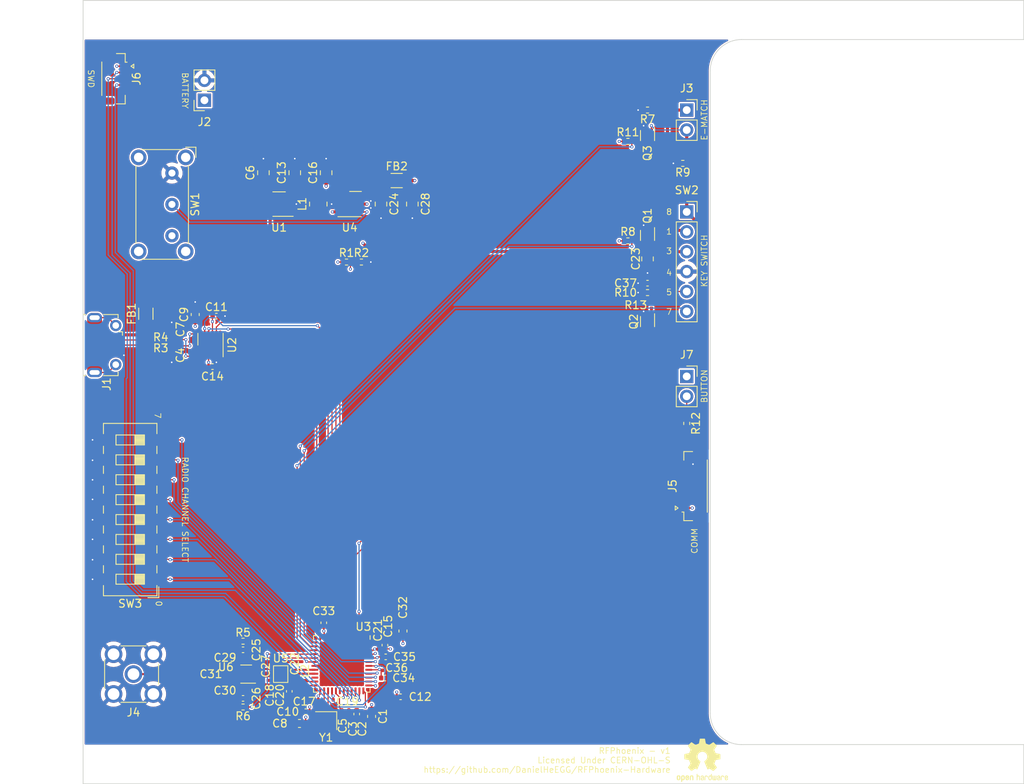
<source format=kicad_pcb>
(kicad_pcb (version 20211014) (generator pcbnew)
  (layers (0 "F.Cu" signal) (1 "In1.Cu" power) (2 "In2.Cu" power) (31 "B.Cu" signal) (34 "B.Paste" user) (35 "F.Paste" user) (36 "B.SilkS" user "B.Silkscreen") (37 "F.SilkS" user "F.Silkscreen") (38 "B.Mask" user) (39 "F.Mask" user) (44 "Edge.Cuts" user))
  (net 0 "")
  (net 1 "Net-(C1-Pad1)")
  (net 2 "GND")
  (net 3 "+3.3V")
  (net 4 "+4V")
  (net 5 "VBUS")
  (net 6 "Net-(C18-Pad1)")
  (net 7 "Net-(C24-Pad1)")
  (net 8 "Net-(C25-Pad1)")
  (net 9 "Net-(C27-Pad1)")
  (net 10 "Net-(C22-Pad1)")
  (net 11 "Net-(C22-Pad2)")
  (net 12 "Net-(C26-Pad1)")
  (net 13 "Net-(C27-Pad2)")
  (net 14 "Net-(C31-Pad1)")
  (net 15 "Net-(C31-Pad2)")
  (net 16 "Net-(FB1-Pad1)")
  (net 18 "Net-(J3-Pad1)")
  (net 19 "Net-(J3-Pad2)")
  (net 20 "COMM_SCK")
  (net 21 "COMM_MOSI")
  (net 22 "COMM_MISO")
  (net 23 "COMM_nCS")
  (net 24 "COMM_RFU1")
  (net 25 "MCU_SWCLK")
  (net 26 "MCU_SWDIO")
  (net 27 "MCU_nRST")
  (net 28 "Net-(L1-Pad1)")
  (net 29 "Net-(L1-Pad2)")
  (net 30 "IGN_ARMED")
  (net 31 "Net-(Q2-Pad1)")
  (net 32 "IGN_CONT")
  (net 33 "RFSW_TX")
  (net 34 "RFSW_RX")
  (net 35 "Net-(SW1-Pad2)")
  (net 36 "IGN_FIRE")
  (net 37 "RFCHN_D0")
  (net 38 "RFCHN_D1")
  (net 39 "RFCHN_D2")
  (net 40 "RFCHN_D3")
  (net 41 "RFCHN_D4")
  (net 42 "RFCHN_D5")
  (net 43 "RFCHN_D6")
  (net 44 "RFCHN_D7")
  (net 45 "unconnected-(J1-Pad6)")
  (net 46 "VBAT_SENSE")
  (net 47 "UART_CBUS0")
  (net 48 "UART_RX")
  (net 49 "UART_CTS")
  (net 50 "UART_TX")
  (net 51 "UART_RTS")
  (net 52 "Net-(U3-Pad20)")
  (net 53 "Net-(U3-Pad21)")
  (net 55 "Net-(U3-Pad26)")
  (net 56 "Net-(U3-Pad27)")
  (net 59 "Net-(U5-PadC3)")
  (net 61 "IGN_BTN")
  (net 62 "Net-(R10-Pad1)")
  (net 63 "Net-(C4-Pad1)")
  (net 64 "Net-(C7-Pad1)")
  (net 65 "Net-(R3-Pad2)")
  (net 66 "Net-(R4-Pad2)")
  (footprint "Resistor_SMD:R_0402_1005Metric" (layer "F.Cu") (at -39.6 40.2 180)
    (fp_text reference "R6")
    (fp_text value "100R")
  )
  (footprint "Package_CSP:LFCSP-WD-10-1EP_3x3mm_P0.5mm_EP1.64x2.38mm" (layer "F.Cu") (at -26 -24)
    (fp_text reference "U4")
    (fp_text value "ADP2504")
  )
  (footprint "Capacitor_SMD:C_0201_0603Metric" (layer "F.Cu") (at -21.8 35.2 90)
    (fp_text reference "C36")
    (fp_text value "1nF")
  )
  (footprint "Resistor_SMD:R_0201_0603Metric" (layer "F.Cu") (at -48.4 -6.7)
    (fp_text reference "R4")
    (fp_text value "27R")
  )
  (footprint "Capacitor_SMD:C_0201_0603Metric" (layer "F.Cu") (at -41.7 36 180)
    (fp_text reference "C31")
    (fp_text value "68pF")
  )
  (footprint "Resistor_SMD:R_0402_1005Metric" (layer "F.Cu") (at 9.5 -19.3)
    (fp_text reference "R8")
    (fp_text value "1K")
  )
  (footprint "Inductor_SMD:L_0402_1005Metric" (layer "F.Cu") (at -31.7 37.4 90)
    (fp_text reference "L2")
    (fp_text value "47nH")
  )
  (footprint "Resistor_SMD:R_0201_0603Metric" (layer "F.Cu") (at -48.4 -5.9)
    (fp_text reference "R3")
    (fp_text value "27R")
  )
  (footprint "Button_Switch_SMD:SW_DIP_SPSTx08_Slide_6.7x21.88mm_W6.73mm_P2.54mm_LowProfile_JPin" (layer "F.Cu") (at -54 15 180)
    (fp_text reference "SW3")
    (fp_text value "CHANNEL SELECT")
  )
  (footprint "Connector_Hirose:Hirose_DF52-8S-0.8H_1x08-1MP_P0.80mm_Horizontal" (layer "F.Cu") (at 18 12 90)
    (fp_text reference "J5")
    (fp_text value "COMM")
  )
  (footprint "Capacitor_SMD:C_0201_0603Metric" (layer "F.Cu") (at -39.8 38.1)
    (fp_text reference "C30")
    (fp_text value "1nF")
  )
  (footprint "Capacitor_SMD:C_0201_0603Metric" (layer "F.Cu") (at -48.7 -8 90)
    (fp_text reference "C7")
    (fp_text value "68pF")
  )
  (footprint "Capacitor_SMD:C_0402_1005Metric" (layer "F.Cu") (at -43 -9.7)
    (fp_text reference "C11")
    (fp_text value "100nF")
  )
  (footprint "Button_Switch_THT:SW_E-Switch_EG1224_SPDT_Angled" (layer "F.Cu") (at -48.6675 -27.9575 -90)
    (fp_text reference "SW1")
    (fp_text value "POWER SWITCH")
  )
  (footprint "Capacitor_SMD:C_0402_1005Metric" (layer "F.Cu") (at -39.6 32.9)
    (fp_text reference "C25")
    (fp_text value "100nF")
  )
  (footprint "Capacitor_SMD:C_0402_1005Metric" (layer "F.Cu") (at -21.5 32.3 90)
    (fp_text reference "C15")
    (fp_text value "100nF")
  )
  (footprint "Capacitor_SMD:C_0201_0603Metric" (layer "F.Cu") (at -30 39.6 -90)
    (fp_text reference "C17")
    (fp_text value "1nF")
  )
  (footprint "Capacitor_SMD:C_0402_1005Metric" (layer "F.Cu") (at 12 -13.9 180)
    (fp_text reference "C37")
    (fp_text value "100nF")
  )
  (footprint "Capacitor_SMD:C_0805_2012Metric" (layer "F.Cu") (at -29 -28 90)
    (fp_text reference "C16")
    (fp_text value "10uF")
  )
  (footprint "Capacitor_SMD:C_0201_0603Metric" (layer "F.Cu") (at -27 40.9 -90)
    (fp_text reference "C5")
    (fp_text value "68pF")
  )
  (footprint "Resistor_SMD:R_0402_1005Metric" (layer "F.Cu") (at -24.5 -16.6)
    (fp_text reference "R2")
    (fp_text value "10K")
  )
  (footprint "Package_DFN_QFN:QFN-48-1EP_7x7mm_P0.5mm_EP5.6x5.6mm" (layer "F.Cu") (at -27 34.7 -90)
    (fp_text reference "U3")
    (fp_text value "STM32WL55CCU6")
  )
  (footprint "Resistor_SMD:R_0402_1005Metric" (layer "F.Cu") (at 9.5 -32)
    (fp_text reference "R11")
    (fp_text value "1K")
  )
  (footprint "Package_TO_SOT_SMD:SOT-523" (layer "F.Cu") (at 12 -32.75 -90)
    (fp_text reference "Q3")
    (fp_text value "~")
  )
  (footprint "Capacitor_SMD:C_0805_2012Metric" (layer "F.Cu") (at 12 -17 -90)
    (fp_text reference "C23")
    (fp_text value "22uF")
  )
  (footprint "Capacitor_SMD:C_0805_2012Metric" (layer "F.Cu") (at -37 -28 90)
    (fp_text reference "C6")
    (fp_text value "10uF")
  )
  (footprint "Connector_PinSocket_2.54mm:PinSocket_1x02_P2.54mm_Vertical" (layer "F.Cu") (at 17 -36)
    (fp_text reference "J3")
    (fp_text value "TERMINALS")
  )
  (footprint "Capacitor_SMD:C_0603_1608Metric" (layer "F.Cu") (at -32.4 42.3 180)
    (fp_text reference "C8")
    (fp_text value "4.7uF")
  )
  (footprint "Connector_PinSocket_2.54mm:PinSocket_1x06_P2.54mm_Vertical" (layer "F.Cu") (at 17 -23)
    (fp_text reference "SW2")
    (fp_text value "KEY")
  )
  (footprint "Capacitor_SMD:C_0402_1005Metric" (layer "F.Cu") (at -19.5 38.9)
    (fp_text reference "C12")
    (fp_text value "100nF")
  )
  (footprint "Resistor_SMD:R_1206_3216Metric" (layer "F.Cu") (at -20 -27)
    (fp_text reference "FB2")
    (fp_text value "600R@100MHz")
  )
  (footprint "Capacitor_SMD:C_0201_0603Metric" (layer "F.Cu") (at -28.1 39.6 -90)
    (fp_text reference "C19")
    (fp_text value "1nF")
  )
  (footprint "Connector_PinSocket_2.54mm:PinSocket_1x02_P2.54mm_Vertical" (layer "F.Cu") (at -44.525 -37.25 180)
    (fp_text reference "J2")
    (fp_text value "BATT")
  )
  (footprint "Connector_Coaxial:SMA_Molex_73251-2200_Horizontal" (layer "F.Cu") (at -53.58 36 90)
    (fp_text reference "J4")
    (fp_text value "SMA")
  )
  (footprint "Resistor_SMD:R_1206_3216Metric" (layer "F.Cu") (at -52 -10 90)
    (fp_text reference "FB1")
    (fp_text value "600R@100MHz")
  )
  (footprint "Capacitor_SMD:C_0201_0603Metric" (layer "F.Cu") (at -26.1 40.9 -90)
    (fp_text reference "C3")
    (fp_text value "1nF")
  )
  (footprint "Capacitor_SMD:C_0201_0603Metric" (layer "F.Cu") (at -22.4 32.5 90)
    (fp_text reference "C21")
    (fp_text value "1nF")
  )
  (footprint "Package_TO_SOT_SMD:SOT-23-5" (layer "F.Cu") (at -35 -24 180)
    (fp_text reference "U1")
    (fp_text value "MCP73811")
  )
  (footprint "Capacitor_SMD:C_0603_1608Metric" (layer "F.Cu") (at -45.7 -9.9 90)
    (fp_text reference "C9")
    (fp_text value "4.7uF")
  )
  (footprint "Resistor_SMD:R_0402_1005Metric" (layer "F.Cu") (at 16.5 -29.2 180)
    (fp_text reference "R9")
    (fp_text value "1K")
  )
  (footprint "Capacitor_SMD:C_0201_0603Metric" (layer "F.Cu") (at -36.7 36.8 180)
    (fp_text reference "C27")
    (fp_text value "68pF")
  )
  (footprint "Resistor_SMD:R_0201_0603Metric" (layer "F.Cu") (at 12.5 -11 -90)
    (fp_text reference "R13")
    (fp_text value "27R")
  )
  (footprint "Resistor_SMD:R_0402_1005Metric" (layer "F.Cu") (at -39.6 31.8 180)
    (fp_text reference "R5")
    (fp_text value "100R")
  )
  (footprint "Capacitor_SMD:C_0805_2012Metric" (layer "F.Cu") (at -33 -28 90)
    (fp_text reference "C13")
    (fp_text value "10uF")
  )
  (footprint "Capacitor_SMD:C_0603_1608Metric" (layer "F.Cu") (at -23.2 41.4 -90)
    (fp_text reference "C1")
    (fp_text value "4.7uF")
  )
  (footprint "Capacitor_SMD:C_0201_0603Metric" (layer "F.Cu") (at -33 36.5 180)
    (fp_text reference "C22")
    (fp_text value "68pF")
  )
  (footprint "Package_TO_SOT_SMD:SOT-523" (layer "F.Cu") (at 12 -9 -90)
    (fp_text reference "Q2")
    (fp_text value "~")
  )
  (footprint "Capacitor_SMD:C_0402_1005Metric" (layer "F.Cu") (at -33.7 38.2 90)
    (fp_text reference "C18")
    (fp_text value "47nF")
  )
  (footprint "Capacitor_SMD:C_0402_1005Metric" (layer "F.Cu") (at -29.3 29.45 90)
    (fp_text reference "C33")
    (fp_text value "100nF")
  )
  (footprint "Package_TO_SOT_SMD:SOT-523" (layer "F.Cu") (at 12 -20 -90)
    (fp_text reference "Q1")
    (fp_text value "~")
  )
  (footprint "Connector_PinSocket_2.54mm:PinSocket_1x02_P2.54mm_Vertical" (layer "F.Cu") (at 17 -2)
    (fp_text reference "J7")
    (fp_text value "BUTTON")
  )
  (footprint "Resistor_SMD:R_0402_1005Metric" (layer "F.Cu") (at -26.4 -16.6)
    (fp_text reference "R1")
    (fp_text value "10K")
  )
  (footprint "Resistor_SMD:R_0402_1005Metric" (layer "F.Cu") (at 17 4 -90)
    (fp_text reference "R12")
    (fp_text value "1K")
  )
  (footprint "Capacitor_SMD:C_0402_1005Metric" (layer "F.Cu") (at -21.4 33.8)
    (fp_text reference "C35")
    (fp_text value "100nF")
  )
  (footprint "Capacitor_SMD:C_0402_1005Metric" (layer "F.Cu") (at -31.6 40.8 180)
    (fp_text reference "C10")
    (fp_text value "100nF")
  )
  (footprint "Crystal:Crystal_SMD_2016-4Pin_2.0x1.6mm" (layer "F.Cu") (at -29 41.95 180)
    (fp_text reference "Y1")
    (fp_text value "32MHz")
  )
  (footprint "Capacitor_SMD:C_0402_1005Metric" (layer "F.Cu") (at -21.5 36.5)
    (fp_text reference "C34")
    (fp_text value "100nF")
  )
  (footprint "Package_DFN_QFN:DFN-12-1EP_3x3mm_P0.5mm_EP1.6x2.5mm" (layer "F.Cu") (at -43.75 -6 90)
    (fp_text reference "U2")
    (fp_text value "FT234XD")
  )
  (footprint "Capacitor_SMD:C_0201_0603Metric" (layer "F.Cu") (at -32.7 37.9 90)
    (fp_text reference "C20")
    (fp_text value "68pF")
  )
  (footprint "Resistor_SMD:R_0402_1005Metric" (layer "F.Cu") (at 12 -12.7 180)
    (fp_text reference "R10")
    (fp_text value "1K")
  )
  (footprint "RFP-Footprints:ST_CSPG-8" (layer "F.Cu") (at -34.8 36 180)
    (fp_text reference "U5")
    (fp_text value "BALFHB-WL-02D3")
  )
  (footprint "Capacitor_SMD:C_0603_1608Metric" (layer "F.Cu") (at -19.2 30.5 90)
    (fp_text reference "C32")
    (fp_text value "4.7uF")
  )
  (footprint "Capacitor_SMD:C_0402_1005Metric" (layer "F.Cu") (at -43.5 -3.25)
    (fp_text reference "C14")
    (fp_text value "100nF")
  )
  (footprint "Capacitor_SMD:C_0201_0603Metric" (layer "F.Cu") (at -39.8 33.9)
    (fp_text reference "C29")
    (fp_text value "1nF")
  )
  (footprint "Capacitor_SMD:C_0402_1005Metric" (layer "F.Cu") (at -25.1 41.1 -90)
    (fp_text reference "C2")
    (fp_text value "100nF")
  )
  (footprint "Connector_USB:USB_Micro-B_Molex-105017-0001" (layer "F.Cu") (at -57.3 -6 -90)
    (fp_text reference "J1")
    (fp_text value "USB_B_Micro")
  )
  (footprint "Symbol:OSHW-Logo2_7.3x6mm_SilkScreen" (layer "F.Cu") (at 19 47)
    (fp_text reference "REF**" hide)
    (fp_text value "OSHW-Logo2_7.3x6mm_SilkScreen" hide)
  )
  (footprint "Inductor_SMD:L_1008_2520Metric" (layer "F.Cu") (at -30 -24 90)
    (fp_text reference "L1")
    (fp_text value "1.5uH")
  )
  (footprint "Resistor_SMD:R_0402_1005Metric" (layer "F.Cu") (at 12 -36 180)
    (fp_text reference "R7")
    (fp_text value "1K")
  )
  (footprint "Package_TO_SOT_SMD:SOT-363_SC-70-6" (layer "F.Cu") (at -39.2 36 180)
    (fp_text reference "U6")
    (fp_text value "AS213-92")
  )
  (footprint "Capacitor_SMD:C_0805_2012Metric" (layer "F.Cu") (at -18 -24 -90)
    (fp_text reference "C28")
    (fp_text value "22uF")
  )
  (footprint "Capacitor_SMD:C_0201_0603Metric" (layer "F.Cu") (at -48.7 -4.7 -90)
    (fp_text reference "C4")
    (fp_text value "68pF")
  )
  (footprint "Capacitor_SMD:C_0402_1005Metric" (layer "F.Cu") (at -39.6 39.1)
    (fp_text reference "C26")
    (fp_text value "100nF")
  )
  (footprint "Connector_Hirose:Hirose_DF52-5S-0.8H_1x05-1MP_P0.80mm_Horizontal" (layer "F.Cu") (at -56 -40 -90)
    (fp_text reference "J6")
    (fp_text value "SWD")
  )
  (footprint "Capacitor_SMD:C_0805_2012Metric" (layer "F.Cu") (at -22 -24 -90)
    (fp_text reference "C24")
    (fp_text value "22uF")
  )
  (gr_line (start 60 50) (end 60 45) (layer "Edge.Cuts") (width 0.1))
  (gr_arc (start 24 45) (mid 21.171573 43.828427) (end 20 41) (layer "Edge.Cuts") (width 0.1))
  (gr_line (start -60 50) (end 60 50) (layer "Edge.Cuts") (width 0.1))
  (gr_line (start -60 -50) (end 60 -50) (layer "Edge.Cuts") (width 0.1))
  (gr_line (start 60 45) (end 24 45) (layer "Edge.Cuts") (width 0.1))
  (gr_line (start 60 -50) (end 60 -45) (layer "Edge.Cuts") (width 0.1))
  (gr_line (start -60 -50) (end -60 50) (layer "Edge.Cuts") (width 0.1))
  (gr_arc (start 20 -41) (mid 21.171573 -43.828427) (end 24 -45) (layer "Edge.Cuts") (width 0.1))
  (gr_line (start 20 -41) (end 20 41) (layer "Edge.Cuts") (width 0.1))
  (gr_line (start 60 -45) (end 24 -45) (layer "Edge.Cuts") (width 0.1))
  (gr_text "SWD" (at -59 -40 270) (layer "F.SilkS") (effects (font (size 0.75 0.75) (thickness 0.1))))
  (gr_text "3" (at 14.75 -18) (layer "F.SilkS") (effects (font (size 0.75 0.75) (thickness 0.1))))
  (gr_text "7" (at -50.5 3 270) (layer "F.SilkS") (effects (font (size 0.75 0.75) (thickness 0.1))))
  (gr_text "7" (at 14.75 -10.25) (layer "F.SilkS") (effects (font (size 0.75 0.75) (thickness 0.1))))
  (gr_text "BATTERY" (at -47 -38.5 270) (layer "F.SilkS") (effects (font (size 0.75 0.75) (thickness 0.1))))
  (gr_text "BUTTON" (at 19.25 -0.75 90) (layer "F.SilkS") (effects (font (size 0.75 0.75) (thickness 0.1))))
  (gr_text "RADIO CHANNEL SELECT" (at -47 15 270) (layer "F.SilkS") (effects (font (size 0.75 0.75) (thickness 0.1))))
  (gr_text "8" (at 14.75 -23) (layer "F.SilkS") (effects (font (size 0.75 0.75) (thickness 0.1))))
  (gr_text "RFPhoenix - v1\nLicensed Under CERN-OHL-S\nhttps://github.com/DanielHeEGG/RFPhoenix-Hardware" (at 15 47) (layer "F.SilkS") (effects (font (size 0.75 0.75) (thickness 0.1)) (justify right)))
  (gr_text "1" (at 14.75 -20.5) (layer "F.SilkS") (effects (font (size 0.75 0.75) (thickness 0.1))))
  (gr_text "E-MATCH" (at 19.25 -34.75 90) (layer "F.SilkS") (effects (font (size 0.75 0.75) (thickness 0.1))))
  (gr_text "0" (at -50.35 27 270) (layer "F.SilkS") (effects (font (size 0.75 0.75) (thickness 0.1))))
  (gr_text "KEY SWITCH" (at 19.25 -16.75 90) (layer "F.SilkS") (effects (font (size 0.75 0.75) (thickness 0.1))))
  (gr_text "COMM" (at 18 19 90) (layer "F.SilkS") (effects (font (size 0.75 0.75) (thickness 0.1))))
  (gr_text "4" (at 14.75 -15.25) (layer "F.SilkS") (effects (font (size 0.75 0.75) (thickness 0.1))))
  (gr_text "5" (at 14.75 -12.75) (layer "F.SilkS") (effects (font (size 0.75 0.75) (thickness 0.1))))
  (segment (start -23.205 40.62) (end -23.2 40.625) (width 0.15) (layer "F.Cu") (net 1))
  (segment (start -27.3 40.28) (end -27 40.58) (width 0.15) (layer "F.Cu") (net 1))
  (segment (start -25.14 40.58) (end -25.1 40.62) (width 0.15) (layer "F.Cu") (net 1))
  (segment (start -22.820057 33.45) (end -22.73055 33.360493) (width 0.15) (layer "F.Cu") (net 1))
  (segment (start -26.1 40.58) (end -25.14 40.58) (width 0.15) (layer "F.Cu") (net 1))
  (segment (start -27.75 38.1375) (end -27.75 38.481586) (width 0.15) (layer "F.Cu") (net 1))
  (segment (start -27.75 38.481586) (end -27.3 38.931586) (width 0.15) (layer "F.Cu") (net 1))
  (segment (start -27 40.58) (end -26.1 40.58) (width 0.15) (layer "F.Cu") (net 1))
  (segment (start -27.3 39.6) (end -27.3 40.28) (width 0.15) (layer "F.Cu") (net 1))
  (segment (start -23.5625 33.45) (end -22.820057 33.45) (width 0.15) (layer "F.Cu") (net 1))
  (segment (start -23.2 39.9) (end -23.2 40.625) (width 0.15) (layer "F.Cu") (net 1))
  (segment (start -27.3 38.931586) (end -27.3 39.6) (width 0.15) (layer "F.Cu") (net 1))
  (segment (start -25.1 40.62) (end -23.205 40.62) (width 0.15) (layer "F.Cu") (net 1))
  (via (at -23.2 39.9) (size 0.4) (drill 0.2) (layers "F.Cu" "B.Cu") (net 1))
  (via (at -22.73055 33.360493) (size 0.4) (drill 0.2) (layers "F.Cu" "B.Cu") (net 1))
  (segment (start -24.5525 -24.5) (end -25.5 -24.5) (width 0.15) (layer "F.Cu") (net 2))
  (segment (start -24.5525 -23.5) (end -25.5 -23.5) (width 0.15) (layer "F.Cu") (net 2))
  (segment (start -25.5 -23.5) (end -26 -24) (width 0.15) (layer "F.Cu") (net 2))
  (segment (start -25.5 -24.5) (end -26 -24) (width 0.15) (layer "F.Cu") (net 2))
  (via (at -29 -29.8) (size 0.4) (drill 0.2) (layers "F.Cu" "B.Cu") (net 2))
  (via (at -54.8 -4.7) (size 0.4) (drill 0.2) (layers "F.Cu" "B.Cu") (net 2))
  (via (at 10.8 -12.7) (size 0.4) (drill 0.2) (layers "F.Cu" "B.Cu") (net 2))
  (via (at -58.8 16.3) (size 0.4) (drill 0.2) (layers "F.Cu" "B.Cu") (net 2))
  (via (at -58.8 21.4) (size 0.4) (drill 0.2) (layers "F.Cu" "B.Cu") (net 2))
  (via (at -41.9 -9.7) (size 0.4) (drill 0.2) (layers "F.Cu" "B.Cu") (net 2))
  (via (at 11.5 -34) (size 0.4) (drill 0.2) (layers "F.Cu" "B.Cu") (net 2))
  (via (at -18 -22.2) (size 0.4) (drill 0.2) (layers "F.Cu" "B.Cu") (net 2))
  (via (at -45.7 -11.5) (size 0.4) (drill 0.2) (layers "F.Cu" "B.Cu") (net 2))
  (via (at -58.8 11.2) (size 0.4) (drill 0.2) (layers "F.Cu" "B.Cu") (net 2))
  (via (at -23.3 -16.6) (size 0.4) (drill 0.2) (layers "F.Cu" "B.Cu") (net 2))
  (via (at 15.3 -29.2) (size 0.4) (drill 0.2) (layers "F.Cu" "B.Cu") (net 2))
  (via (at 10.8 -36) (size 0.4) (drill 0.2) (layers "F.Cu" "B.Cu") (net 2))
  (via (at -22 -22.2) (size 0.4) (drill 0.2) (layers "F.Cu" "B.Cu") (net 2))
  (via (at 11.5 -21.3) (size 0.4) (drill 0.2) (layers "F.Cu" "B.Cu") (net 2))
  (via (at -48.7 -8.9) (size 0.4) (drill 0.2) (layers "F.Cu" "B.Cu") (net 2))
  (via (at -33 -29.8) (size 0.4) (drill 0.2) (layers "F.Cu" "B.Cu") (net 2))
  (via (at -58.8 13.7) (size 0.4) (drill 0.2) (layers "F.Cu" "B.Cu") (net 2))
  (via (at -58.8 6.1) (size 0.4) (drill 0.2) (layers "F.Cu" "B.Cu") (net 2))
  (via (at -23.3 -23.5) (size 0.4) (drill 0.2) (layers "F.Cu" "B.Cu") (net 2))
  (via (at -58.8 18.8) (size 0.4) (drill 0.2) (layers "F.Cu" "B.Cu") (net 2))
  (via (at -37 -29.8) (size 0.4) (drill 0.2) (layers "F.Cu" "B.Cu") (net 2))
  (via (at 17.8 9.2) (size 0.4) (drill 0.2) (layers "F.Cu" "B.Cu") (net 2))
  (via (at -28.3 -24) (size 0.4) (drill 0.2) (layers "F.Cu" "B.Cu") (net 2))
  (via (at -23.3 -24.4) (size 0.4) (drill 0.2) (layers "F.Cu" "B.Cu") (net 2))
  (via (at -32.8 -24) (size 0.4) (drill 0.2) (layers "F.Cu" "B.Cu") (net 2))
  (via (at 10.8 -13.9) (size 0.4) (drill 0.2) (layers "F.Cu" "B.Cu") (net 2))
  (via (at -58.8 8.7) (size 0.4) (drill 0.2) (layers "F.Cu" "B.Cu") (net 2))
  (via (at -43 -3.8) (size 0.4) (drill 0.2) (layers "F.Cu" "B.Cu") (net 2))
  (via (at 12 -15.2) (size 0.4) (drill 0.2) (layers "F.Cu" "B.Cu") (net 2))
  (via (at -58.8 23.9) (size 0.4) (drill 0.2) (layers "F.Cu" "B.Cu") (net 2))
  (via (at 11.5 -10.3) (size 0.4) (drill 0.2) (layers "F.Cu" "B.Cu") (net 2))
  (via (at -48.7 -3.8) (size 0.4) (drill 0.2) (layers "F.Cu" "B.Cu") (net 2))
  (segment (start -22.08 35.52) (end -22.2 35.4) (width 0.15) (layer "F.Cu") (net 3))
  (segment (start -21.88 33.8) (end -22.4 33.8) (width 0.15) (layer "F.Cu") (net 3))
  (segment (start -22.4 33.8) (end -22.5 33.9) (width 0.15) (layer "F.Cu") (net 3))
  (segment (start -23.5625 35.45) (end -22.25 35.45) (width 0.15) (layer "F.Cu") (net 3))
  (segment (start -19.98 38.32) (end -20 38.3) (width 0.15) (layer "F.Cu") (net 3))
  (segment (start -29.75 38.55) (end -30 38.8) (width 0.15) (layer "F.Cu") (net 3))
  (segment (start -54.89 -41.6) (end -55.7 -41.6) (width 0.15) (layer "F.Cu") (net 3))
  (segment (start -44 -4.575) (end -44 -3.8) (width 0.15) (layer "F.Cu") (net 3))
  (segment (start -20.82 32.78) (end -20.8 32.8) (width 0.15) (layer "F.Cu") (net 3))
  (segment (start 8.99 -32) (end 8.4 -32) (width 0.15) (layer "F.Cu") (net 3))
  (segment (start -23.5625 33.95) (end -22.55 33.95) (width 0.15) (layer "F.Cu") (net 3))
  (segment (start -31.625 42.3) (end -31.625 41.525) (width 0.15) (layer "F.Cu") (net 3))
  (segment (start -23.5625 32.95) (end -22.95 32.95) (width 0.15) (layer "F.Cu") (net 3))
  (segment (start -28.1 38.807656) (end -28.103828 38.803828) (width 0.15) (layer "F.Cu") (net 3))
  (segment (start -21.5 32.78) (end -20.82 32.78) (width 0.15) (layer "F.Cu") (net 3))
  (segment (start -22.78 32.82) (end -22.8 32.8) (width 0.15) (layer "F.Cu") (net 3))
  (segment (start -45.7 -9.125) (end -45.7 -8.4) (width 0.15) (layer "F.Cu") (net 3))
  (segment (start -31.12 40.8) (end -31.12 40.22) (width 0.15) (layer "F.Cu") (net 3))
  (segment (start -18 -26.4625) (end -18.5375 -27) (width 0.4) (layer "F.Cu") (net 3))
  (segment (start -18.5375 -27) (end -17.7 -27) (width 0.4) (layer "F.Cu") (net 3))
  (segment (start -43.5 -9.68) (end -43.48 -9.7) (width 0.15) (layer "F.Cu") (net 3))
  (segment (start -28.1 39.28) (end -28.1 38.807656) (width 0.15) (layer "F.Cu") (net 3))
  (segment (start -22.25 35.45) (end -22.2 35.4) (width 0.15) (layer "F.Cu") (net 3))
  (segment (start -44 -3.27) (end -43.98 -3.25) (width 0.15) (layer "F.Cu") (net 3))
  (segment (start -22.4 32.82) (end -22.78 32.82) (width 0.15) (layer "F.Cu") (net 3))
  (segment (start -21.8 35.52) (end -22.08 35.52) (width 0.15) (layer "F.Cu") (net 3))
  (segment (start -23.5625 37.45) (end -22.75 37.45) (width 0.15) (layer "F.Cu") (net 3))
  (segment (start -29.25 30.55) (end -29.3 30.5) (width 0.15) (layer "F.Cu") (net 3))
  (segment (start 16.89 14.8) (end 17.7 14.8) (width 0.15) (layer "F.Cu") (net 3))
  (segment (start -43.5 -9) (end -43.5 -9.68) (width 0.15) (layer "F.Cu") (net 3))
  (segment (start -18 -24.95) (end -18 -26.4625) (width 0.4) (layer "F.Cu") (net 3))
  (segment (start -44.5 -4.575) (end -43.5 -4.575) (width 0.15) (layer "F.Cu") (net 3))
  (segment (start -19.2 31.275) (end -19.2 32.1) (width 0.15) (layer "F.Cu") (net 3))
  (segment (start -21.88 33.16) (end -21.5 32.78) (width 0.15) (layer "F.Cu") (net 3))
  (segment (start -22.4 32.82) (end -21.54 32.82) (width 0.15) (layer "F.Cu") (net 3))
  (segment (start -28.25 38.1375) (end -28.25 38.657656) (width 0.15) (layer "F.Cu") (net 3))
  (segment (start -28.25 38.657656) (end -28.103828 38.803828) (width 0.15) (layer "F.Cu") (net 3))
  (segment (start -21.98 35.7) (end -21.8 35.52) (width 0.15) (layer "F.Cu") (net 3))
  (segment (start -19.98 38.9) (end -19.98 38.32) (width 0.15) (layer "F.Cu") (net 3))
  (segment (start -31.625 41.525) (end -31.6 41.5) (width 0.15) (layer "F.Cu") (net 3))
  (segment (start -21.88 33.8) (end -21.88 33.16) (width 0.15) (layer "F.Cu") (net 3))
  (segment (start -29.3 29.93) (end -29.3 30.5) (width 0.15) (layer "F.Cu") (net 3))
  (segment (start -31.12 40.22) (end -31.1 40.2) (width 0.15) (layer "F.Cu") (net 3))
  (segment (start -21.98 36.5) (end -21.98 35.7) (width 0.15) (layer "F.Cu") (net 3))
  (segment (start -44 -3.8) (end -44 -3.27) (width 0.15) (layer "F.Cu") (net 3))
  (segment (start 8.99 -19.3) (end 8.4 -19.3) (width 0.15) (layer "F.Cu") (net 3))
  (segment (start -30 39.28) (end -30 38.8) (width 0.15) (layer "F.Cu") (net 3))
  (segment (start -21.54 32.82) (end -21.5 32.78) (width 0.15) (layer "F.Cu") (net 3))
  (segment (start -22.95 32.95) (end -22.8 32.8) (width 0.15) (layer "F.Cu") (net 3))
  (segment (start -22.55 33.95) (end -22.5 33.9) (width 0.15) (layer "F.Cu") (net 3))
  (segment (start -43.5 -7.425) (end -43.5 -9) (width 0.15) (layer "F.Cu") (net 3))
  (segment (start -22.75 37.45) (end -22.7 37.5) (width 0.15) (layer "F.Cu") (net 3))
  (segment (start -29.25 31.2625) (end -29.25 30.55) (width 0.15) (layer "F.Cu") (net 3))
  (segment (start -29.75 38.1375) (end -29.75 38.55) (width 0.15) (layer "F.Cu") (net 3))
  (via (at -20.8 32.8) (size 0.4) (drill 0.2) (layers "F.Cu" "B.Cu") (net 3))
  (via (at -31.6 41.5) (size 0.4) (drill 0.2) (layers "F.Cu" "B.Cu") (net 3))
  (via (at -28.103828 38.803828) (size 0.4) (drill 0.2) (layers "F.Cu" "B.Cu") (net 3))
  (via (at -30 38.8) (size 0.4) (drill 0.2) (layers "F.Cu" "B.Cu") (net 3))
  (via (at -22.7 37.5) (size 0.4) (drill 0.2) (layers "F.Cu" "B.Cu") (net 3))
  (via (at 17.7 14.8) (size 0.4) (drill 0.2) (layers "F.Cu" "B.Cu") (net 3))
  (via (at -20 38.3) (size 0.4) (drill 0.2) (layers "F.Cu" "B.Cu") (net 3))
  (via (at -31.1 40.2) (size 0.4) (drill 0.2) (layers "F.Cu" "B.Cu") (net 3))
  (via (at -22.2 35.4) (size 0.4) (drill 0.2) (layers "F.Cu" "B.Cu") (net 3))
  (via (at -44 -3.8) (size 0.4) (drill 0.2) (layers "F.Cu" "B.Cu") (net 3))
  (via (at -45.7 -8.4) (size 0.4) (drill 0.2) (layers "F.Cu" "B.Cu") (net 3))
  (via (at -22.8 32.8) (size 0.4) (drill 0.2) (layers "F.Cu" "B.Cu") (net 3))
  (via (at -17.7 -27) (size 0.4) (drill 0.2) (layers "F.Cu" "B.Cu") (net 3))
  (via (at -29.3 30.5) (size 0.4) (drill 0.2) (layers "F.Cu" "B.Cu") (net 3))
  (via (at -22.5 33.9) (size 0.4) (drill 0.2) (layers "F.Cu" "B.Cu") (net 3))
  (via (at -55.7 -41.6) (size 0.4) (drill 0.2) (layers "F.Cu" "B.Cu") (net 3))
  (via (at -19.2 32.1) (size 0.4) (drill 0.2) (layers "F.Cu" "B.Cu") (net 3))
  (via (at -43.5 -9) (size 0.4) (drill 0.2) (layers "F.Cu" "B.Cu") (net 3))
  (via (at 8.4 -19.3) (size 0.4) (drill 0.2) (layers "F.Cu" "B.Cu") (net 3))
  (via (at 8.4 -32) (size 0.4) (drill 0.2) (layers "F.Cu" "B.Cu") (net 3))
  (segment (start -33.8625 -26.1875) (end -33 -27.05) (width 0.4) (layer "F.Cu") (net 4))
  (segment (start -33.8625 -24.95) (end -33.8625 -26.1875) (width 0.4) (layer "F.Cu") (net 4))
  (segment (start -26.91 -16.6) (end -27.5 -16.6) (width 0.15) (layer "F.Cu") (net 4))
  (segment (start -24.5525 -24) (end -23.8 -24) (width 0.4) (layer "F.Cu") (net 4))
  (segment (start 12.03 -17.92) (end 17 -17.92) (width 0.4) (layer "F.Cu") (net 4))
  (segment (start -29 -27.05) (end -29 -26.3) (width 0.4) (layer "F.Cu") (net 4))
  (segment (start 12 -17.95) (end 12.03 -17.92) (width 0.4) (layer "F.Cu") (net 4))
  (segment (start -27.4475 -23) (end -28.2 -23) (width 0.4) (layer "F.Cu") (net 4))
  (segment (start 12 -17.95) (end -23.25 -17.95) (width 0.4) (layer "F.Cu") (net 4))
  (segment (start -29 -27.05) (end -33 -27.05) (width 0.4) (layer "F.Cu") (net 4))
  (segment (start -23.25 -17.95) (end -24.3 -19) (width 0.4) (layer "F.Cu") (net 4))
  (via (at -29 -26.3) (size 0.4) (drill 0.2) (layers "F.Cu" "B.Cu") (net 4))
  (via (at -28.2 -23) (size 0.4) (drill 0.2) (layers "F.Cu" "B.Cu") (net 4))
  (via (at -27.5 -16.6) (size 0.4) (drill 0.2) (layers "F.Cu" "B.Cu") (net 4))
  (via (at -24.3 -19) (size 0.4) (drill 0.2) (layers "F.Cu" "B.Cu") (net 4))
  (via (at -23.8 -24) (size 0.4) (drill 0.2) (layers "F.Cu" "B.Cu") (net 4))
  (segment (start -36.1375 -24.95) (end -36.1375 -26.1875) (width 0.4) (layer "F.Cu") (net 5))
  (segment (start -52 -11.4625) (end -52 -13.1) (width 0.4) (layer "F.Cu") (net 5))
  (segment (start -52 -13.1) (end -50.6 -14.5) (width 0.4) (layer "F.Cu") (net 5))
  (segment (start -36.1375 -23.05) (end -36.1375 -24.95) (width 0.4) (layer "F.Cu") (net 5))
  (segment (start -36.1375 -16.1625) (end -36.1375 -23.05) (width 0.4) (layer "F.Cu") (net 5))
  (segment (start -33.8625 -23.05) (end -36.1375 -23.05) (width 0.4) (layer "F.Cu") (net 5))
  (segment (start -36.1375 -26.1875) (end -37 -27.05) (width 0.4) (layer "F.Cu") (net 5))
  (segment (start -37.8 -14.5) (end -36.1375 -16.1625) (width 0.4) (layer "F.Cu") (net 5))
  (segment (start -50.6 -14.5) (end -37.8 -14.5) (width 0.4) (layer "F.Cu") (net 5))
  (segment (start -32.7 38.22) (end -33.24 38.22) (width 0.15) (layer "F.Cu") (net 6))
  (segment (start -33.24 38.22) (end -33.7 38.68) (width 0.15) (layer "F.Cu") (net 6))
  (segment (start -31.265 37.45) (end -31.7 37.885) (width 0.15) (layer "F.Cu") (net 6))
  (segment (start -32.7 38.22) (end -32.035 38.22) (width 0.15) (layer "F.Cu") (net 6))
  (segment (start -30.4375 37.45) (end -31.265 37.45) (width 0.15) (layer "F.Cu") (net 6))
  (segment (start -32.035 38.22) (end -31.7 37.885) (width 0.15) (layer "F.Cu") (net 6))
  (segment (start -22 -24.95) (end -22 -25.9) (width 0.4) (layer "F.Cu") (net 7))
  (segment (start -22 -26.4625) (end -21.4625 -27) (width 0.4) (layer "F.Cu") (net 7))
  (segment (start -22.05 -25) (end -22 -24.95) (width 0.4) (layer "F.Cu") (net 7))
  (segment (start -27.4475 -25) (end -27.4475 -25.2625) (width 0.4) (layer "F.Cu") (net 7))
  (segment (start -24.5525 -25) (end -22.05 -25) (width 0.4) (layer "F.Cu") (net 7))
  (segment (start -27.4475 -25.2625) (end -26.81 -25.9) (width 0.4) (layer "F.Cu") (net 7))
  (segment (start -22 -25.9) (end -22 -26.4625) (width 0.4) (layer "F.Cu") (net 7))
  (segment (start -26.81 -25.9) (end -22 -25.9) (width 0.4) (layer "F.Cu") (net 7))
  (segment (start -40.08 32.9) (end -40.08 31.83) (width 0.15) (layer "F.Cu") (net 8))
  (segment (start -40.08 31.83) (end -40.11 31.8) (width 0.15) (layer "F.Cu") (net 8))
  (segment (start -40.12 33.9) (end -40.12 32.94) (width 0.15) (layer "F.Cu") (net 8))
  (segment (start -40.12 32.94) (end -40.08 32.9) (width 0.15) (layer "F.Cu") (net 8))
  (segment (start -40.15 35.35) (end -40.15 33.93) (width 0.15) (layer "F.Cu") (net 8))
  (segment (start -40.15 33.93) (end -40.12 33.9) (width 0.15) (layer "F.Cu") (net 8))
  (segment (start -36.38 36.8) (end -35.53 36.8) (width 0.252) (layer "F.Cu") (net 9))
  (segment (start -35.53 36.8) (end -35.49 36.84) (width 0.252) (layer "F.Cu") (net 9))
  (segment (start -31.7 36.915) (end -32.265 36.915) (width 0.15) (layer "F.Cu") (net 10))
  (segment (start -32.265 36.915) (end -32.68 36.5) (width 0.15) (layer "F.Cu") (net 10))
  (segment (start -31.665 36.95) (end -31.7 36.915) (width 0.15) (layer "F.Cu") (net 10))
  (segment (start -30.4375 36.95) (end -31.665 36.95) (width 0.15) (layer "F.Cu") (net 10))
  (segment (start -33.32 36.5) (end -34.11 36.5) (width 0.15) (layer "F.Cu") (net 11))
  (segment (start -40.12 38.1) (end -40.12 39.06) (width 0.15) (layer "F.Cu") (net 12))
  (segment (start -40.08 40.17) (end -40.11 40.2) (width 0.15) (layer "F.Cu") (net 12))
  (segment (start -40.12 39.06) (end -40.08 39.1) (width 0.15) (layer "F.Cu") (net 12))
  (segment (start -40.15 36.65) (end -40.15 38.07) (width 0.15) (layer "F.Cu") (net 12))
  (segment (start -40.15 38.07) (end -40.12 38.1) (width 0.15) (layer "F.Cu") (net 12))
  (segment (start -40.08 39.1) (end -40.08 40.17) (width 0.15) (layer "F.Cu") (net 12))
  (segment (start -38.25 36.65) (end -37.17 36.65) (width 0.252) (layer "F.Cu") (net 13))
  (segment (start -37.17 36.65) (end -37.02 36.8) (width 0.252) (layer "F.Cu") (net 13))
  (segment (start -40.15 36) (end -41.38 36) (width 0.252) (layer "F.Cu") (net 14))
  (segment (start -42.02 36) (end -53.58 36) (width 0.252) (layer "F.Cu") (net 15))
  (segment (start -55.8375 -7.3) (end -53.2375 -7.3) (width 0.4) (layer "F.Cu") (net 16))
  (segment (start -53.2375 -7.3) (end -52 -8.5375) (width 0.4) (layer "F.Cu") (net 16))
  (segment (start 12.51 -36) (end 14.6 -36) (width 0.4) (layer "F.Cu") (net 18))
  (segment (start 12.5 -20.645) (end 14.545 -20.645) (width 0.4) (layer "F.Cu") (net 18))
  (segment (start 14.545 -20.645) (end 14.545 -35.945) (width 0.4) (layer "F.Cu") (net 18))
  (segment (start 14.6 -36) (end 17 -36) (width 0.4) (layer "F.Cu") (net 18))
  (segment (start 14.545 -20.645) (end 16.815 -20.645) (width 0.4) (layer "F.Cu") (net 18))
  (segment (start 16.815 -20.645) (end 17 -20.46) (width 0.4) (layer "F.Cu") (net 18))
  (segment (start 14.545 -35.945) (end 14.6 -36) (width 0.4) (layer "F.Cu") (net 18))
  (segment (start 12.5 -34) (end 12.5 -33.395) (width 0.15) (layer "F.Cu") (net 19))
  (segment (start 17.01 -29.2) (end 17 -29.21) (width 0.4) (layer "F.Cu") (net 19))
  (segment (start 17 -23) (end 19 -21) (width 0.4) (layer "F.Cu") (net 19))
  (segment (start 17 -29.21) (end 17 -33.46) (width 0.4) (layer "F.Cu") (net 19))
  (segment (start 17 -29.19) (end 17 -23) (width 0.4) (layer "F.Cu") (net 19))
  (segment (start 17.01 -29.2) (end 17 -29.19) (width 0.4) (layer "F.Cu") (net 19))
  (segment (start 19 -21) (end 19 -8.8) (width 0.4) (layer "F.Cu") (net 19))
  (segment (start 19 -8.8) (end 18.555 -8.355) (width 0.4) (layer "F.Cu") (net 19))
  (segment (start 18.555 -8.355) (end 12 -8.355) (width 0.4) (layer "F.Cu") (net 19))
  (via (at 12.5 -34) (size 0.4) (drill 0.2) (layers "F.Cu" "B.Cu") (net 19))
  (segment (start 13.04 -33.46) (end 12.5 -34) (width 0.15) (layer "B.Cu") (net 19))
  (segment (start 17 -33.46) (end 13.04 -33.46) (width 0.15) (layer "B.Cu") (net 19))
  (segment (start -17.9 14) (end -24.25 20.35) (width 0.15) (layer "F.Cu") (net 20))
  (segment (start -24.25 20.35) (end -24.25 31.2625) (width 0.15) (layer "F.Cu") (net 20))
  (segment (start 16.89 14) (end -17.9 14) (width 0.15) (layer "F.Cu") (net 20))
  (segment (start 16.89 13.2) (end -17.6 13.2) (width 0.15) (layer "F.Cu") (net 21))
  (segment (start -25.25 20.85) (end -25.25 31.2625) (width 0.15) (layer "F.Cu") (net 21))
  (segment (start -17.6 13.2) (end -25.25 20.85) (width 0.15) (layer "F.Cu") (net 21))
  (segment (start -24.8 31.2125) (end -24.75 31.2625) (width 0.15) (layer "F.Cu") (net 22))
  (segment (start -17.9 12.4) (end -24.8 19.3) (width 0.15) (layer "F.Cu") (net 22))
  (segment (start 16.89 12.4) (end -17.9 12.4) (width 0.15) (layer "F.Cu") (net 22))
  (segment (start -24.8 28) (end -24.8 31.2125) (width 0.15) (layer "F.Cu") (net 22))
  (via (at -24.8 19.3) (size 0.4) (drill 0.2) (layers "F.Cu" "B.Cu") (net 22))
  (via (at -24.8 28) (size 0.4) (drill 0.2) (layers "F.Cu" "B.Cu") (net 22))
  (segment (start -24.8 19.3) (end -24.8 28) (width 0.15) (layer "B.Cu") (net 22))
  (segment (start 16.89 11.6) (end -17.701041 11.6) (width 0.15) (layer "F.Cu") (net 23))
  (segment (start -17.701041 11.6) (end -25.75 19.648959) (width 0.15) (layer "F.Cu") (net 23))
  (segment (start -25.75 19.648959) (end -25.75 31.2625) (width 0.15) (layer "F.Cu") (net 23))
  (segment (start -26.25 19.65) (end -26.25 31.2625) (width 0.15) (layer "F.Cu") (net 24))
  (segment (start 16.89 10.8) (end -17.4 10.8) (width 0.15) (layer "F.Cu") (net 24))
  (segment (start -17.4 10.8) (end -26.25 19.65) (width 0.15) (layer "F.Cu") (net 24))
  (segment (start -55.7 -40.8) (end -54.89 -40.8) (width 0.15) (layer "F.Cu") (net 25))
  (segment (start -22.715102 34.95) (end -22.639602 35.0255) (width 0.15) (layer "F.Cu") (net 25))
  (segment (start -23.5625 34.95) (end -22.715102 34.95) (width 0.15) (layer "F.Cu") (net 25))
  (via (at -22.639602 35.0255) (size 0.4) (drill 0.2) (layers "F.Cu" "B.Cu") (net 25))
  (via (at -55.7 -40.8) (size 0.4) (drill 0.2) (layers "F.Cu" "B.Cu") (net 25))
  (segment (start -22.589102 34.975) (end -21.825 34.975) (width 0.15) (layer "B.Cu") (net 25))
  (segment (start -56.3 -40.2) (end -55.7 -40.8) (width 0.15) (layer "B.Cu") (net 25))
  (segment (start -56.3 -17.5) (end -56.3 -40.2) (width 0.15) (layer "B.Cu") (net 25))
  (segment (start -21.5 35.3) (end -21.5 37.1) (width 0.15) (layer "B.Cu") (net 25))
  (segment (start -54 -15.2) (end -56.3 -17.5) (width 0.15) (layer "B.Cu") (net 25))
  (segment (start -52.5 25.7) (end -54 24.2) (width 0.15) (layer "B.Cu") (net 25))
  (segment (start -22.639602 35.0255) (end -22.589102 34.975) (width 0.15) (layer "B.Cu") (net 25))
  (segment (start -21.5 37.1) (end -24.3 39.9) (width 0.15) (layer "B.Cu") (net 25))
  (segment (start -41.808697 25.7) (end -52.5 25.7) (width 0.15) (layer "B.Cu") (net 25))
  (segment (start -24.3 39.9) (end -27.608697 39.9) (width 0.15) (layer "B.Cu") (net 25))
  (segment (start -54 24.2) (end -54 -15.2) (width 0.15) (layer "B.Cu") (net 25))
  (segment (start -27.608697 39.9) (end -41.808697 25.7) (width 0.15) (layer "B.Cu") (net 25))
  (segment (start -21.825 34.975) (end -21.5 35.3) (width 0.15) (layer "B.Cu") (net 25))
  (segment (start -23.990268 38.397232) (end -23.990268 40.1955) (width 0.15) (layer "F.Cu") (net 26))
  (segment (start -56.8 -40) (end -54.89 -40) (width 0.15) (layer "F.Cu") (net 26))
  (segment (start -24.25 38.1375) (end -23.990268 38.397232) (width 0.15) (layer "F.Cu") (net 26))
  (via (at -23.990268 40.1955) (size 0.4) (drill 0.2) (layers "F.Cu" "B.Cu") (net 26))
  (via (at -56.8 -40) (size 0.4) (drill 0.2) (layers "F.Cu" "B.Cu") (net 26))
  (segment (start -52.6 26.1) (end -54.4 24.3) (width 0.15) (layer "B.Cu") (net 26))
  (segment (start -36.3 31.8) (end -42 26.1) (width 0.15) (layer "B.Cu") (net 26))
  (segment (start -56.8 -17.5) (end -56.8 -20.5) (width 0.15) (layer "B.Cu") (net 26))
  (segment (start -54.375 -1.825) (end -54.375 -15.075) (width 0.15) (layer "B.Cu") (net 26))
  (segment (start -54.5 -1.7) (end -54.375 -1.825) (width 0.15) (layer "B.Cu") (net 26))
  (segment (start -23.990268 40.1955) (end -23.994768 40.2) (width 0.15) (layer "B.Cu") (net 26))
  (segment (start -23.994768 40.2) (end -27.9 40.2) (width 0.15) (layer "B.Cu") (net 26))
  (segment (start -27.9 40.2) (end -36.3 31.8) (width 0.15) (layer "B.Cu") (net 26))
  (segment (start -42 26.1) (end -52.6 26.1) (width 0.15) (layer "B.Cu") (net 26))
  (segment (start -54.5 24.2) (end -54.5 -1.7) (width 0.15) (layer "B.Cu") (net 26))
  (segment (start -54.375 -15.075) (end -56.8 -17.5) (width 0.15) (layer "B.Cu") (net 26))
  (segment (start -56.8 -20.5) (end -56.8 -40) (width 0.15) (layer "B.Cu") (net 26))
  (segment (start -54.4 24.3) (end -54.5 24.2) (width 0.15) (layer "B.Cu") (net 26))
  (segment (start -30.4375 34.45) (end -31.4245 34.45) (width 0.15) (layer "F.Cu") (net 27))
  (segment (start -55.7 -39.2) (end -54.89 -39.2) (width 0.15) (layer "F.Cu") (net 27))
  (segment (start -31.4245 34.45) (end -31.5 34.3745) (width 0.15) (layer "F.Cu") (net 27))
  (via (at -55.7 -39.2) (size 0.4) (drill 0.2) (layers "F.Cu" "B.Cu") (net 27))
  (via (at -31.5 34.3745) (size 0.4) (drill 0.2) (layers "F.Cu" "B.Cu") (net 27))
  (segment (start -52.4 25.3) (end -53.6 24.1) (width 0.15) (layer "B.Cu") (net 27))
  (segment (start -55.9 -39) (end -55.7 -39.2) (width 0.15) (layer "B.Cu") (net 27))
  (segment (start -55.1 -17) (end -55.9 -17.8) (width 0.15) (layer "B.Cu") (net 27))
  (segment (start -55.9 -17.8) (end -55.9 -39) (width 0.15) (layer "B.Cu") (net 27))
  (segment (start -53.6 24.1) (end -53.6 -15.5) (width 0.15) (layer "B.Cu") (net 27))
  (segment (start -53.6 -15.5) (end -55.1 -17) (width 0.15) (layer "B.Cu") (net 27))
  (segment (start -31.5 34.3745) (end -31.5255 34.3745) (width 0.15) (layer "B.Cu") (net 27))
  (segment (start -40.6 25.3) (end -52.4 25.3) (width 0.15) (layer "B.Cu") (net 27))
  (segment (start -31.5255 34.3745) (end -40.6 25.3) (width 0.15) (layer "B.Cu") (net 27))
  (segment (start -29.425 -23.5) (end -30 -22.925) (width 0.3) (layer "F.Cu") (net 28))
  (segment (start -27.4475 -23.5) (end -29.425 -23.5) (width 0.3) (layer "F.Cu") (net 28))
  (segment (start -27.4475 -24.5) (end -29.425 -24.5) (width 0.3) (layer "F.Cu") (net 29))
  (segment (start -29.425 -24.5) (end -30 -25.075) (width 0.3) (layer "F.Cu") (net 29))
  (segment (start 10 -18.6) (end 10 -19.29) (width 0.15) (layer "F.Cu") (net 30))
  (segment (start -31.8 30.931586) (end -31.8 7.5) (width 0.15) (layer "F.Cu") (net 30))
  (segment (start -30.4375 31.95) (end -30.781586 31.95) (width 0.15) (layer "F.Cu") (net 30))
  (segment (start 10.065 -19.355) (end 12 -19.355) (width 0.15) (layer "F.Cu") (net 30))
  (segment (start -30.781586 31.95) (end -31.6 31.131586) (width 0.15) (layer "F.Cu") (net 30))
  (segment (start -31.6 31.131586) (end -31.8 30.931586) (width 0.15) (layer "F.Cu") (net 30))
  (segment (start 10.01 -19.3) (end 10.065 -19.355) (width 0.15) (layer "F.Cu") (net 30))
  (segment (start 10 -19.29) (end 10.01 -19.3) (width 0.15) (layer "F.Cu") (net 30))
  (via (at -31.8 7.5) (size 0.4) (drill 0.2) (layers "F.Cu" "B.Cu") (net 30))
  (via (at 10 -18.6) (size 0.4) (drill 0.2) (layers "F.Cu" "B.Cu") (net 30))
  (segment (start -5.7 -18.6) (end 10 -18.6) (width 0.15) (layer "B.Cu") (net 30))
  (segment (start -31.8 7.5) (end -5.7 -18.6) (width 0.15) (layer "B.Cu") (net 30))
  (segment (start 12.5 -10.68) (end 12.5 -9.645) (width 0.15) (layer "F.Cu") (net 31))
  (segment (start -32.3 31.2) (end -32.3 26) (width 0.15) (layer "F.Cu") (net 32))
  (segment (start -31.05 32.45) (end -32.3 31.2) (width 0.15) (layer "F.Cu") (net 32))
  (segment (start -32.3 26) (end -32.3 6.9) (width 0.15) (layer "F.Cu") (net 32))
  (segment (start 10 -31.99) (end 10.01 -32) (width 0.15) (layer "F.Cu") (net 32))
  (segment (start 10.115 -32.105) (end 12 -32.105) (width 0.15) (layer "F.Cu") (net 32))
  (segment (start 10.01 -32) (end 10.115 -32.105) (width 0.15) (layer "F.Cu") (net 32))
  (segment (start -30.4375 32.45) (end -31.05 32.45) (width 0.15) (layer "F.Cu") (net 32))
  (segment (start 10 -31.3) (end 10 -31.99) (width 0.15) (layer "F.Cu") (net 32))
  (via (at -32.3 6.9) (size 0.4) (drill 0.2) (layers "F.Cu" "B.Cu") (net 32))
  (via (at 10 -31.3) (size 0.4) (drill 0.2) (layers "F.Cu" "B.Cu") (net 32))
  (segment (start -32.3 6.9) (end 5.9 -31.3) (width 0.15) (layer "B.Cu") (net 32))
  (segment (start 5.9 -31.3) (end 10 -31.3) (width 0.15) (layer "B.Cu") (net 32))
  (segment (start -36.45 33.45) (end -36.5 33.4) (width 0.15) (layer "F.Cu") (net 33))
  (segment (start -30.4375 33.45) (end -36.45 33.45) (width 0.15) (layer "F.Cu") (net 33))
  (segment (start -38.5 40.2) (end -39.09 40.2) (width 0.15) (layer "F.Cu") (net 33))
  (via (at -38.5 40.2) (size 0.4) (drill 0.2) (layers "F.Cu" "B.Cu") (net 33))
  (via (at -36.5 33.4) (size 0.4) (drill 0.2) (layers "F.Cu" "B.Cu") (net 33))
  (segment (start -36.5 38.2) (end -38.5 40.2) (width 0.15) (layer "B.Cu") (net 33))
  (segment (start -36.5 33.4) (end -36.5 38.2) (width 0.15) (layer "B.Cu") (net 33))
  (segment (start -30.4375 33.95) (end -36.94 33.95) (width 0.15) (layer "F.Cu") (net 34))
  (segment (start -36.94 33.95) (end -39.09 31.8) (width 0.15) (layer "F.Cu") (net 34))
  (segment (start -23.8 -23) (end -24.5525 -23) (width 0.15) (layer "F.Cu") (net 35))
  (via (at -23.8 -23) (size 0.4) (drill 0.2) (layers "F.Cu" "B.Cu") (net 35))
  (segment (start -48.6675 -23.9575) (end -46.41 -21.7) (width 0.15) (layer "B.Cu") (net 35))
  (segment (start -46.41 -21.7) (end -25 -21.7) (width 0.15) (layer "B.Cu") (net 35))
  (segment (start -23.8 -22.9) (end -23.8 -23) (width 0.15) (layer "B.Cu") (net 35))
  (segment (start -25 -21.7) (end -23.8 -22.9) (width 0.15) (layer "B.Cu") (net 35))
  (segment (start -32.7 9.4245) (end -32.7245 9.4) (width 0.15) (layer "F.Cu") (net 36))
  (segment (start -30.4375 32.95) (end -31.25 32.95) (width 0.15) (layer "F.Cu") (net 36))
  (segment (start -32.7 31.5) (end -32.7 29.1) (width 0.15) (layer "F.Cu") (net 36))
  (segment (start -32.7 29.1) (end -32.7 9.4245) (width 0.15) (layer "F.Cu") (net 36))
  (segment (start -31.25 32.95) (end -32.7 31.5) (width 0.15) (layer "F.Cu") (net 36))
  (via (at -32.7245 9.4) (size 0.4) (drill 0.2) (layers "F.Cu" "B.Cu") (net 36))
  (segment (start -32.7 9.4) (end -12.575 -10.725) (width 0.15) (layer "B.Cu") (net 36))
  (segment (start -32.7245 9.4) (end -32.7 9.4) (width 0.15) (layer "B.Cu") (net 36))
  (segment (start 16.575 -10.725) (end 17 -10.3) (width 0.15) (layer "B.Cu") (net 36))
  (segment (start -12.575 -10.725) (end 16.575 -10.725) (width 0.15) (layer "B.Cu") (net 36))
  (segment (start -48.91 23.89) (end -50.635 23.89) (width 0.15) (layer "F.Cu") (net 37))
  (segment (start -48.9 23.9) (end -48.91 23.89) (width 0.15) (layer "F.Cu") (net 37))
  (segment (start -26.25 38.95) (end -26.2 39) (width 0.15) (layer "F.Cu") (net 37))
  (segment (start -26.25 38.1375) (end -26.25 38.95) (width 0.15) (layer "F.Cu") (net 37))
  (via (at -26.2 39) (size 0.4) (drill 0.2) (layers "F.Cu" "B.Cu") (net 37))
  (via (at -48.9 23.9) (size 0.4) (drill 0.2) (layers "F.Cu" "B.Cu") (net 37))
  (segment (start -41.3 23.9) (end -48.9 23.9) (width 0.15) (layer "B.Cu") (net 37))
  (segment (start -26.2 39) (end -41.3 23.9) (width 0.15) (layer "B.Cu") (net 37))
  (segment (start -48.9 21.4) (end -48.95 21.35) (width 0.15) (layer "F.Cu") (net 38))
  (segment (start -25.75 39.316576) (end -25.752942 39.319518) (width 0.15) (layer "F.Cu") (net 38))
  (segment (start -48.95 21.35) (end -50.635 21.35) (width 0.15) (layer "F.Cu") (net 38))
  (segment (start -25.75 38.1375) (end -25.75 39.316576) (width 0.15) (layer "F.Cu") (net 38))
  (via (at -48.9 21.4) (size 0.4) (drill 0.2) (layers "F.Cu" "B.Cu") (net 38))
  (via (at -25.752942 39.319518) (size 0.4) (drill 0.2) (layers "F.Cu" "B.Cu") (net 38))
  (segment (start -43.198959 21.4) (end -48.9 21.4) (width 0.15) (layer "B.Cu") (net 38))
  (segment (start -25.752942 38.846017) (end -43.198959 21.4) (width 0.15) (layer "B.Cu") (net 38))
  (segment (start -25.752942 39.319518) (end -25.752942 38.846017) (width 0.15) (layer "B.Cu") (net 38))
  (segment (start -48.9 18.8) (end -48.91 18.81) (width 0.15) (layer "F.Cu") (net 39))
  (segment (start -48.91 18.81) (end -50.635 18.81) (width 0.15) (layer "F.Cu") (net 39))
  (segment (start -25.25 38.1375) (end -25.25 38.95) (width 0.15) (layer "F.Cu") (net 39))
  (segment (start -25.25 38.95) (end -25.2 39) (width 0.15) (layer "F.Cu") (net 39))
  (via (at -25.2 39) (size 0.4) (drill 0.2) (layers "F.Cu" "B.Cu") (net 39))
  (via (at -48.9 18.8) (size 0.4) (drill 0.2) (layers "F.Cu" "B.Cu") (net 39))
  (segment (start -25.2 39) (end -25.2 38.974695) (width 0.15) (layer "B.Cu") (net 39))
  (segment (start -45.374695 18.8) (end -48.9 18.8) (width 0.15) (layer "B.Cu") (net 39))
  (segment (start -25.2 38.974695) (end -45.374695 18.8) (width 0.15) (layer "B.Cu") (net 39))
  (segment (start -24.75 39.319304) (end -24.760398 39.329702) (width 0.15) (layer "F.Cu") (net 40))
  (segment (start -48.9 16.3) (end -48.93 16.27) (width 0.15) (layer "F.Cu") (net 40))
  (segment (start -48.93 16.27) (end -50.635 16.27) (width 0.15) (layer "F.Cu") (net 40))
  (segment (start -24.75 38.1375) (end -24.75 39.319304) (width 0.15) (layer "F.Cu") (net 40))
  (via (at -48.9 16.3) (size 0.4) (drill 0.2) (layers "F.Cu" "B.Cu") (net 40))
  (via (at -24.760398 39.329702) (size 0.4) (drill 0.2) (layers "F.Cu" "B.Cu") (net 40))
  (segment (start -24.760398 38.838561) (end -47.298959 16.3) (width 0.15) (layer "B.Cu") (net 40))
  (segment (start -47.298959 16.3) (end -48.9 16.3) (width 0.15) (layer "B.Cu") (net 40))
  (segment (start -24.760398 39.329702) (end -24.760398 38.838561) (width 0.15) (layer "B.Cu") (net 40))
  (segment (start -22.700497 36.95) (end -22.7 36.950497) (width 0.15) (layer "F.Cu") (net 41))
  (segment (start -23.5625 36.95) (end -22.700497 36.95) (width 0.15) (layer "F.Cu") (net 41))
  (segment (start -48.93 13.73) (end -50.635 13.73) (width 0.15) (layer "F.Cu") (net 41))
  (segment (start -48.9 13.7) (end -48.93 13.73) (width 0.15) (layer "F.Cu") (net 41))
  (via (at -48.9 13.7) (size 0.4) (drill 0.2) (layers "F.Cu" "B.Cu") (net 41))
  (via (at -22.7 36.950497) (size 0.4) (drill 0.2) (layers "F.Cu" "B.Cu") (net 41))
  (segment (start -26.049503 36.950497) (end -29.3 33.7) (width 0.15) (layer "B.Cu") (net 41))
  (segment (start -22.7 36.950497) (end -26.049503 36.950497) (width 0.15) (layer "B.Cu") (net 41))
  (segment (start -29.3 33.7) (end -48.9 14.1) (width 0.15) (layer "B.Cu") (net 41))
  (segment (start -48.9 14.1) (end -48.9 13.7) (width 0.15) (layer "B.Cu") (net 41))
  (segment (start -22.749006 36.45) (end -22.7 36.400994) (width 0.15) (layer "F.Cu") (net 42))
  (segment (start -48.41 11.19) (end -50.635 11.19) (width 0.15) (layer "F.Cu") (net 42))
  (segment (start -23.5625 36.45) (end -22.749006 36.45) (width 0.15) (layer "F.Cu") (net 42))
  (segment (start -48.4 11.2) (end -48.41 11.19) (width 0.15) (layer "F.Cu") (net 42))
  (via (at -48.4 11.2) (size 0.4) (drill 0.2) (layers "F.Cu" "B.Cu") (net 42))
  (via (at -22.7 36.400994) (size 0.4) (drill 0.2) (layers "F.Cu" "B.Cu") (net 42))
  (segment (start -26.099006 36.400994) (end -48.4 14.1) (width 0.15) (layer "B.Cu") (net 42))
  (segment (start -22.7 36.400994) (end -26.099006 36.400994) (width 0.15) (layer "B.Cu") (net 42))
  (segment (start -48.4 14.1) (end -48.4 11.2) (width 0.15) (layer "B.Cu") (net 42))
  (segment (start -22.575835 35.95) (end -22.500335 35.8745) (width 0.15) (layer "F.Cu") (net 43))
  (segment (start -47.9 8.7) (end -47.95 8.65) (width 0.15) (layer "F.Cu") (net 43))
  (segment (start -23.5625 35.95) (end -22.575835 35.95) (width 0.15) (layer "F.Cu") (net 43))
  (segment (start -47.95 8.65) (end -50.635 8.65) (width 0.15) (layer "F.Cu") (net 43))
  (via (at -47.9 8.7) (size 0.4) (drill 0.2) (layers "F.Cu" "B.Cu") (net 43))
  (via (at -22.500335 35.8745) (size 0.4) (drill 0.2) (layers "F.Cu" "B.Cu") (net 43))
  (segment (start -26.1255 35.8745) (end -47.9 14.1) (width 0.15) (layer "B.Cu") (net 43))
  (segment (start -22.500335 35.8745) (end -26.1255 35.8745) (width 0.15) (layer "B.Cu") (net 43))
  (segment (start -47.9 14.1) (end -47.9 8.7) (width 0.15) (layer "B.Cu") (net 43))
  (segment (start -47.41 6.11) (end -50.635 6.11) (width 0.15) (layer "F.Cu") (net 44))
  (segment (start -47.4 6.1) (end -47.41 6.11) (width 0.15) (layer "F.Cu") (net 44))
  (segment (start -22.74388 34.45) (end -22.70408 34.4102) (width 0.15) (layer "F.Cu") (net 44))
  (segment (start -23.5625 34.45) (end -22.74388 34.45) (width 0.15) (layer "F.Cu") (net 44))
  (via (at -22.70408 34.4102) (size 0.4) (drill 0.2) (layers "F.Cu" "B.Cu") (net 44))
  (via (at -47.4 6.1) (size 0.4) (drill 0.2) (layers "F.Cu" "B.Cu") (net 44))
  (segment (start -47.4 14.1) (end -47.4 6.1) (width 0.15) (layer "B.Cu") (net 44))
  (segment (start -27.0898 34.4102) (end -47.4 14.1) (width 0.15) (layer "B.Cu") (net 44))
  (segment (start -26.9898 34.4102) (end -27.0898 34.4102) (width 0.15) (layer "B.Cu") (net 44))
  (segment (start -22.70408 34.4102) (end -26.9898 34.4102) (width 0.15) (layer "B.Cu") (net 44))
  (segment (start -58.5375 -5) (end -58.5375 -7) (width 0.15) (layer "F.Cu") (net 45))
  (segment (start -56.8375 -9.5) (end -55.8375 -8.5) (width 0.15) (layer "F.Cu") (net 45))
  (segment (start -58.5375 -3.1) (end -58.5375 -5) (width 0.15) (layer "F.Cu") (net 45))
  (segment (start -58.5375 -7) (end -58.5375 -8.9) (width 0.15) (layer "F.Cu") (net 45))
  (segment (start -56.8375 -2.5) (end -55.8375 -3.5) (width 0.15) (layer "F.Cu") (net 45))
  (segment (start -58.5375 -2.5) (end -56.8375 -2.5) (width 0.15) (layer "F.Cu") (net 45))
  (segment (start -58.5375 -9.5) (end -56.8375 -9.5) (width 0.15) (layer "F.Cu") (net 45))
  (segment (start -25.9 -15.7) (end -25.9 -16.59) (width 0.15) (layer "F.Cu") (net 46))
  (segment (start -26.75 38.95) (end -26.800167 39.000167) (width 0.15) (layer "F.Cu") (net 46))
  (segment (start -26.75 38.1375) (end -26.75 38.95) (width 0.15) (layer "F.Cu") (net 46))
  (segment (start -25.9 -16.59) (end -25.89 -16.6) (width 0.15) (layer "F.Cu") (net 46))
  (segment (start -25.89 -16.6) (end -25.01 -16.6) (width 0.15) (layer "F.Cu") (net 46))
  (via (at -26.800167 39.000167) (size 0.4) (drill 0.2) (layers "F.Cu" "B.Cu") (net 46))
  (via (at -25.9 -15.7) (size 0.4) (drill 0.2) (layers "F.Cu" "B.Cu") (net 46))
  (segment (start -32.575 -4.575) (end -42.5 -4.575) (width 0.15) (layer "F.Cu") (net 47))
  (segment (start -30.2 30.8125) (end -30.2 -2.2) (width 0.15) (layer "F.Cu") (net 47))
  (segment (start -30.2 -2.2) (end -32.575 -4.575) (width 0.15) (layer "F.Cu") (net 47))
  (segment (start -29.75 31.2625) (end -30.2 30.8125) (width 0.15) (layer "F.Cu") (net 47))
  (segment (start -28.75 31.2625) (end -28.75 -5.05) (width 0.15) (layer "F.Cu") (net 48))
  (segment (start -31.125 -7.425) (end -42.5 -7.425) (width 0.15) (layer "F.Cu") (net 48))
  (segment (start -28.75 -5.05) (end -31.125 -7.425) (width 0.15) (layer "F.Cu") (net 48))
  (segment (start -27.25 31.2625) (end -27.25 -6.25) (width 0.15) (layer "F.Cu") (net 49))
  (segment (start -43 -8.3) (end -43 -7.425) (width 0.15) (layer "F.Cu") (net 49))
  (segment (start -27.25 -6.25) (end -29.9 -8.9) (width 0.15) (layer "F.Cu") (net 49))
  (segment (start -42.4 -8.9) (end -43 -8.3) (width 0.15) (layer "F.Cu") (net 49))
  (segment (start -29.9 -8.9) (end -42.4 -8.9) (width 0.15) (layer "F.Cu") (net 49))
  (segment (start -28.25 31.2625) (end -28.25 -5.75) (width 0.15) (layer "F.Cu") (net 50))
  (segment (start -43.950497 -7.474503) (end -44 -7.425) (width 0.15) (layer "F.Cu") (net 50))
  (segment (start -30.551 -8.051) (end -41.5 -8.051) (width 0.15) (layer "F.Cu") (net 50))
  (segment (start -43.950497 -8.1) (end -43.950497 -7.474503) (width 0.15) (layer "F.Cu") (net 50))
  (segment (start -28.25 -5.75) (end -30.551 -8.051) (width 0.15) (layer "F.Cu") (net 50))
  (via (at -43.950497 -8.1) (size 0.4) (drill 0.2) (layers "F.Cu" "B.Cu") (net 50))
  (via (at -41.5 -8.051) (size 0.4) (drill 0.2) (layers "F.Cu" "B.Cu") (net 50))
  (segment (start -43.901497 -8.051) (end -43.950497 -8.1) (width 0.15) (layer "B.Cu") (net 50))
  (segment (start -41.5 -8.051) (end -43.901497 -8.051) (width 0.15) (layer "B.Cu") (net 50))
  (segment (start -27.75 -6.125332) (end -30.100168 -8.4755) (width 0.15) (layer "F.Cu") (net 51))
  (segment (start -44.5 -8.1) (end -44.5 -7.425) (width 0.15) (layer "F.Cu") (net 51))
  (segment (start -27.75 31.2625) (end -27.75 -6.125332) (width 0.15) (layer "F.Cu") (net 51))
  (via (at -44.5 -8.1) (size 0.4) (drill 0.2) (layers "F.Cu" "B.Cu") (net 51))
  (via (at -30.100168 -8.4755) (size 0.4) (drill 0.2) (layers "F.Cu" "B.Cu") (net 51))
  (segment (start -42.1755 -8.4755) (end -43.2 -9.5) (width 0.15) (layer "B.Cu") (net 51))
  (segment (start -30.100168 -8.4755) (end -42.1755 -8.4755) (width 0.15) (layer "B.Cu") (net 51))
  (segment (start -44.5 -9) (end -44.5 -8.1) (width 0.15) (layer "B.Cu") (net 51))
  (segment (start -44 -9.5) (end -44.5 -9) (width 0.15) (layer "B.Cu") (net 51))
  (segment (start -43.2 -9.5) (end -44 -9.5) (width 0.15) (layer "B.Cu") (net 51))
  (segment (start -33.82 35.45) (end -34.11 35.16) (width 0.252) (layer "F.Cu") (net 52))
  (segment (start -30.4375 35.45) (end -33.82 35.45) (width 0.252) (layer "F.Cu") (net 52))
  (segment (start -33.95 35.95) (end -34.11 35.79) (width 0.252) (layer "F.Cu") (net 53))
  (segment (start -30.4375 35.95) (end -33.95 35.95) (width 0.252) (layer "F.Cu") (net 53))
  (segment (start -29.025 40.775) (end -29.025 41.925) (width 0.15) (layer "F.Cu") (net 55))
  (segment (start -29.25 38.1375) (end -29.25 40.55) (width 0.15) (layer "F.Cu") (net 55))
  (segment (start -29.025 41.925) (end -29.6 42.5) (width 0.15) (layer "F.Cu") (net 55))
  (segment (start -29.25 40.55) (end -29.025 40.775) (width 0.15) (layer "F.Cu") (net 55))
  (segment (start -29.6 42.5) (end -29.7 42.5) (width 0.15) (layer "F.Cu") (net 55))
  (segment (start -28.75 38.1375) (end -28.75 40.45) (width 0.15) (layer "F.Cu") (net 56))
  (segment (start -28.3 40.9) (end -28.3 41.4) (width 0.15) (layer "F.Cu") (net 56))
  (segment (start -28.75 40.45) (end -28.3 40.9) (width 0.15) (layer "F.Cu") (net 56))
  (segment (start -35.68 35.35) (end -35.49 35.16) (width 0.252) (layer "F.Cu") (net 59))
  (segment (start -38.25 35.35) (end -35.68 35.35) (width 0.252) (layer "F.Cu") (net 59))
  (segment (start 17 3.49) (end 17 0.54) (width 0.15) (layer "F.Cu") (net 61))
  (segment (start -14.09 3.49) (end 17 3.49) (width 0.15) (layer "F.Cu") (net 61))
  (segment (start -26.75 16.15) (end -14.09 3.49) (width 0.15) (layer "F.Cu") (net 61))
  (segment (start -26.75 31.2625) (end -26.75 16.15) (width 0.15) (layer "F.Cu") (net 61))
  (segment (start 12.48 -13.9) (end 12.48 -12.73) (width 0.15) (layer "F.Cu") (net 62))
  (segment (start 12.65 -12.84) (end 12.51 -12.7) (width 0.15) (layer "F.Cu") (net 62))
  (segment (start 12.5 -12.69) (end 12.51 -12.7) (width 0.15) (layer "F.Cu") (net 62))
  (segment (start 12.48 -12.73) (end 12.51 -12.7) (width 0.15) (layer "F.Cu") (net 62))
  (segment (start 12.5 -11.32) (end 12.5 -12.69) (width 0.15) (layer "F.Cu") (net 62))
  (segment (start 17 -12.84) (end 12.65 -12.84) (width 0.15) (layer "F.Cu") (net 62))
  (segment (start -48.82 -6) (end -55.8375 -6) (width 0.15) (layer "F.Cu") (net 63))
  (segment (start -48.7 -5.02) (end -48.7 -5.88) (width 0.15) (layer "F.Cu") (net 63))
  (segment (start -48.7 -5.88) (end -48.72 -5.9) (width 0.15) (layer "F.Cu") (net 63))
  (segment (start -48.72 -5.9) (end -48.82 -6) (width 0.15) (layer "F.Cu") (net 63))
  (segment (start -48.7 -7.68) (end -48.7 -6.72) (width 0.15) (layer "F.Cu") (net 64))
  (segment (start -48.77 -6.65) (end -55.8375 -6.65) (width 0.15) (layer "F.Cu") (net 64))
  (segment (start -48.7 -6.72) (end -48.72 -6.7) (width 0.15) (layer "F.Cu") (net 64))
  (segment (start -48.72 -6.7) (end -48.77 -6.65) (width 0.15) (layer "F.Cu") (net 64))
  (segment (start -45 -7.425) (end -46.375 -7.425) (width 0.15) (layer "F.Cu") (net 65))
  (segment (start -46.375 -7.425) (end -46.4 -7.4) (width 0.15) (layer "F.Cu") (net 65))
  (segment (start -46.4 -5.9) (end -48.08 -5.9) (width 0.15) (layer "F.Cu") (net 65))
  (via (at -46.4 -5.9) (size 0.4) (drill 0.2) (layers "F.Cu" "B.Cu") (net 65))
  (via (at -46.4 -7.4) (size 0.4) (drill 0.2) (layers "F.Cu" "B.Cu") (net 65))
  (segment (start -46.4 -7.4) (end -46.4 -5.9) (width 0.15) (layer "B.Cu") (net 65))
  (segment (start -46.9 -6.7) (end -48.08 -6.7) (width 0.15) (layer "F.Cu") (net 66))
  (segment (start -45 -4.575) (end -46.875 -4.575) (width 0.15) (layer "F.Cu") (net 66))
  (segment (start -46.875 -4.575) (end -46.9 -4.6) (width 0.15) (layer "F.Cu") (net 66))
  (via (at -46.9 -6.7) (size 0.4) (drill 0.2) (layers "F.Cu" "B.Cu") (net 66))
  (via (at -46.9 -4.6) (size 0.4) (drill 0.2) (layers "F.Cu" "B.Cu") (net 66))
  (segment (start -46.9 -4.6) (end -46.9 -6.7) (width 0.15) (layer "B.Cu") (net 66))
  (zone (net 2) (net_name "GND") (layers "F.Cu" "In1.Cu" "B.Cu") (connect_pads thru_hole_only (clearance 0.2)) (min_thickness 0.2) (fill yes (thermal_gap 0.508) (thermal_bridge_width 0.508))
    (polygon (pts (xy 60 45) (xy -60 45) (xy -60 -45) (xy 60 -45)))
  )
  (zone (net 0) (net_name "") (layer "F.Cu") (connect_pads thru_hole_only (clearance 0)) (min_thickness 0.2)
    (keepout (tracks allowed) (vias allowed) (pads allowed) (copperpour not_allowed) (footprints allowed))
    (fill (thermal_gap 0.508) (thermal_bridge_width 0.508))
    (polygon (pts (xy -30.4 37.3) (xy -33.8 37.3) (xy -33.8 37) (xy -34.5 37) (xy -34.5 34.6) (xy -30.4 34.6)))
  )
)
</source>
